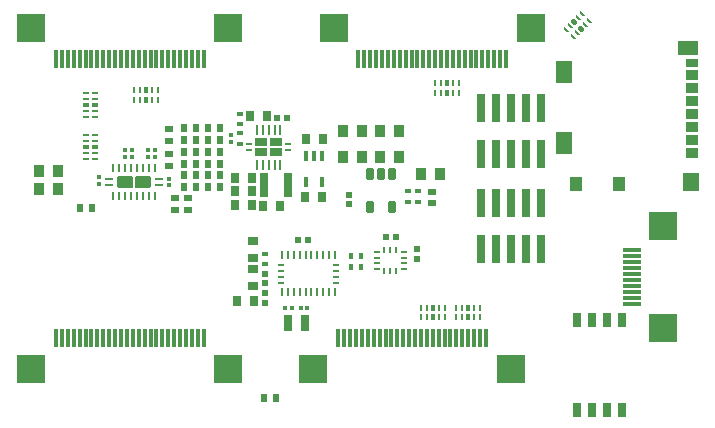
<source format=gbp>
G04*
G04 #@! TF.GenerationSoftware,Altium Limited,Altium Designer,23.4.1 (23)*
G04*
G04 Layer_Color=128*
%FSLAX44Y44*%
%MOMM*%
G71*
G04*
G04 #@! TF.SameCoordinates,D87667D4-7689-4D62-8592-6BA3D25BB570*
G04*
G04*
G04 #@! TF.FilePolarity,Positive*
G04*
G01*
G75*
%ADD21R,0.5500X0.4500*%
%ADD31R,0.5200X0.5200*%
%ADD32R,0.4500X0.5500*%
%ADD37R,0.6500X0.5500*%
G04:AMPARAMS|DCode=38|XSize=0.2mm|YSize=0.565mm|CornerRadius=0.05mm|HoleSize=0mm|Usage=FLASHONLY|Rotation=270.000|XOffset=0mm|YOffset=0mm|HoleType=Round|Shape=RoundedRectangle|*
%AMROUNDEDRECTD38*
21,1,0.2000,0.4650,0,0,270.0*
21,1,0.1000,0.5650,0,0,270.0*
1,1,0.1000,-0.2325,-0.0500*
1,1,0.1000,-0.2325,0.0500*
1,1,0.1000,0.2325,0.0500*
1,1,0.1000,0.2325,-0.0500*
%
%ADD38ROUNDEDRECTD38*%
G04:AMPARAMS|DCode=39|XSize=0.4mm|YSize=0.565mm|CornerRadius=0.05mm|HoleSize=0mm|Usage=FLASHONLY|Rotation=270.000|XOffset=0mm|YOffset=0mm|HoleType=Round|Shape=RoundedRectangle|*
%AMROUNDEDRECTD39*
21,1,0.4000,0.4650,0,0,270.0*
21,1,0.3000,0.5650,0,0,270.0*
1,1,0.1000,-0.2325,-0.1500*
1,1,0.1000,-0.2325,0.1500*
1,1,0.1000,0.2325,0.1500*
1,1,0.1000,0.2325,-0.1500*
%
%ADD39ROUNDEDRECTD39*%
%ADD40R,0.5500X0.6500*%
%ADD126R,2.4000X2.4000*%
%ADD127R,1.6000X0.3000*%
%ADD128R,2.4000X2.4000*%
%ADD129R,0.7600X1.2700*%
%ADD130R,2.4000X2.4000*%
%ADD131R,0.3000X1.6000*%
%ADD132R,2.4000X2.4000*%
G04:AMPARAMS|DCode=133|XSize=0.2mm|YSize=0.565mm|CornerRadius=0.05mm|HoleSize=0mm|Usage=FLASHONLY|Rotation=180.000|XOffset=0mm|YOffset=0mm|HoleType=Round|Shape=RoundedRectangle|*
%AMROUNDEDRECTD133*
21,1,0.2000,0.4650,0,0,180.0*
21,1,0.1000,0.5650,0,0,180.0*
1,1,0.1000,-0.0500,0.2325*
1,1,0.1000,0.0500,0.2325*
1,1,0.1000,0.0500,-0.2325*
1,1,0.1000,-0.0500,-0.2325*
%
%ADD133ROUNDEDRECTD133*%
G04:AMPARAMS|DCode=134|XSize=0.4mm|YSize=0.565mm|CornerRadius=0.05mm|HoleSize=0mm|Usage=FLASHONLY|Rotation=180.000|XOffset=0mm|YOffset=0mm|HoleType=Round|Shape=RoundedRectangle|*
%AMROUNDEDRECTD134*
21,1,0.4000,0.4650,0,0,180.0*
21,1,0.3000,0.5650,0,0,180.0*
1,1,0.1000,-0.1500,0.2325*
1,1,0.1000,0.1500,0.2325*
1,1,0.1000,0.1500,-0.2325*
1,1,0.1000,-0.1500,-0.2325*
%
%ADD134ROUNDEDRECTD134*%
%ADD135R,0.2500X0.4750*%
%ADD136R,0.4750X0.2500*%
%ADD137R,0.5200X0.5200*%
%ADD138R,0.8000X2.0000*%
%ADD139R,0.3200X0.3600*%
%ADD140R,0.7000X0.9000*%
G04:AMPARAMS|DCode=145|XSize=0.25mm|YSize=0.6mm|CornerRadius=0.025mm|HoleSize=0mm|Usage=FLASHONLY|Rotation=0.000|XOffset=0mm|YOffset=0mm|HoleType=Round|Shape=RoundedRectangle|*
%AMROUNDEDRECTD145*
21,1,0.2500,0.5500,0,0,0.0*
21,1,0.2000,0.6000,0,0,0.0*
1,1,0.0500,0.1000,-0.2750*
1,1,0.0500,-0.1000,-0.2750*
1,1,0.0500,-0.1000,0.2750*
1,1,0.0500,0.1000,0.2750*
%
%ADD145ROUNDEDRECTD145*%
G04:AMPARAMS|DCode=146|XSize=0.25mm|YSize=0.6mm|CornerRadius=0.025mm|HoleSize=0mm|Usage=FLASHONLY|Rotation=90.000|XOffset=0mm|YOffset=0mm|HoleType=Round|Shape=RoundedRectangle|*
%AMROUNDEDRECTD146*
21,1,0.2500,0.5500,0,0,90.0*
21,1,0.2000,0.6000,0,0,90.0*
1,1,0.0500,0.2750,0.1000*
1,1,0.0500,0.2750,-0.1000*
1,1,0.0500,-0.2750,-0.1000*
1,1,0.0500,-0.2750,0.1000*
%
%ADD146ROUNDEDRECTD146*%
%ADD148R,1.3500X1.9000*%
%ADD149R,1.3500X1.5500*%
%ADD150R,1.1000X0.8500*%
%ADD151R,1.8000X1.1700*%
%ADD152R,1.0000X1.2000*%
%ADD153R,1.1000X0.8750*%
%ADD154R,1.1000X0.7500*%
G04:AMPARAMS|DCode=155|XSize=0.6mm|YSize=1mm|CornerRadius=0.051mm|HoleSize=0mm|Usage=FLASHONLY|Rotation=180.000|XOffset=0mm|YOffset=0mm|HoleType=Round|Shape=RoundedRectangle|*
%AMROUNDEDRECTD155*
21,1,0.6000,0.8980,0,0,180.0*
21,1,0.4980,1.0000,0,0,180.0*
1,1,0.1020,-0.2490,0.4490*
1,1,0.1020,0.2490,0.4490*
1,1,0.1020,0.2490,-0.4490*
1,1,0.1020,-0.2490,-0.4490*
%
%ADD155ROUNDEDRECTD155*%
%ADD156R,0.9000X1.0000*%
G04:AMPARAMS|DCode=158|XSize=0.2mm|YSize=0.565mm|CornerRadius=0.05mm|HoleSize=0mm|Usage=FLASHONLY|Rotation=225.000|XOffset=0mm|YOffset=0mm|HoleType=Round|Shape=RoundedRectangle|*
%AMROUNDEDRECTD158*
21,1,0.2000,0.4650,0,0,225.0*
21,1,0.1000,0.5650,0,0,225.0*
1,1,0.1000,-0.1998,0.1291*
1,1,0.1000,-0.1291,0.1998*
1,1,0.1000,0.1998,-0.1291*
1,1,0.1000,0.1291,-0.1998*
%
%ADD158ROUNDEDRECTD158*%
G04:AMPARAMS|DCode=159|XSize=0.4mm|YSize=0.565mm|CornerRadius=0.05mm|HoleSize=0mm|Usage=FLASHONLY|Rotation=225.000|XOffset=0mm|YOffset=0mm|HoleType=Round|Shape=RoundedRectangle|*
%AMROUNDEDRECTD159*
21,1,0.4000,0.4650,0,0,225.0*
21,1,0.3000,0.5650,0,0,225.0*
1,1,0.1000,-0.2705,0.0583*
1,1,0.1000,-0.0583,0.2705*
1,1,0.1000,0.2705,-0.0583*
1,1,0.1000,0.0583,-0.2705*
%
%ADD159ROUNDEDRECTD159*%
%ADD160R,0.7600X2.4000*%
%ADD161R,0.9000X0.7000*%
%ADD162R,0.7500X1.4000*%
%ADD163R,0.2500X0.6750*%
%ADD164R,0.5750X0.2500*%
%ADD165R,0.3600X0.3200*%
%ADD206R,1.0500X0.6800*%
%ADD207R,0.5000X0.2600*%
G04:AMPARAMS|DCode=208|XSize=0.23mm|YSize=0.8mm|CornerRadius=0.0254mm|HoleSize=0mm|Usage=FLASHONLY|Rotation=180.000|XOffset=0mm|YOffset=0mm|HoleType=Round|Shape=RoundedRectangle|*
%AMROUNDEDRECTD208*
21,1,0.2300,0.7492,0,0,180.0*
21,1,0.1792,0.8000,0,0,180.0*
1,1,0.0508,-0.0896,0.3746*
1,1,0.0508,0.0896,0.3746*
1,1,0.0508,0.0896,-0.3746*
1,1,0.0508,-0.0896,-0.3746*
%
%ADD208ROUNDEDRECTD208*%
%ADD209R,0.3500X0.8500*%
G36*
X155033Y209493D02*
X154834D01*
X154466Y209341D01*
X154185Y209059D01*
X154033Y208692D01*
Y208493D01*
D01*
Y200493D01*
Y200294D01*
X154185Y199926D01*
X154466Y199645D01*
X154834Y199493D01*
X155033D01*
D01*
X166033D01*
X166231D01*
X166599Y199645D01*
X166880Y199926D01*
X167033Y200294D01*
Y200493D01*
D01*
Y208493D01*
Y208692D01*
X166880Y209059D01*
X166599Y209341D01*
X166231Y209493D01*
X166033D01*
D01*
X155033D01*
D02*
G37*
G36*
X181033Y199493D02*
X181231D01*
X181599Y199645D01*
X181880Y199926D01*
X182033Y200294D01*
Y200493D01*
D01*
Y208493D01*
Y208692D01*
X181880Y209059D01*
X181599Y209341D01*
X181231Y209493D01*
X181033D01*
D01*
X170033D01*
X169834D01*
X169466Y209341D01*
X169185Y209059D01*
X169033Y208692D01*
Y208493D01*
D01*
Y200493D01*
Y200294D01*
X169185Y199926D01*
X169466Y199645D01*
X169834Y199493D01*
X170033D01*
D01*
X181033D01*
D02*
G37*
D21*
X408250Y196750D02*
D03*
Y187750D02*
D03*
X257500Y236750D02*
D03*
Y245750D02*
D03*
Y253250D02*
D03*
Y262250D02*
D03*
X279103Y143771D02*
D03*
Y134771D02*
D03*
X399750Y187750D02*
D03*
Y196750D02*
D03*
D31*
X389500Y157500D02*
D03*
X381500D02*
D03*
X289250Y258750D02*
D03*
X297250D02*
D03*
X306977Y155500D02*
D03*
X314977D02*
D03*
D32*
X351500Y132750D02*
D03*
X360500D02*
D03*
X351500Y142000D02*
D03*
X360500D02*
D03*
D37*
X420000Y196250D02*
D03*
Y186250D02*
D03*
X213500Y190500D02*
D03*
Y180500D02*
D03*
X197500Y239250D02*
D03*
X197500Y228000D02*
D03*
Y218000D02*
D03*
X197500Y249250D02*
D03*
X202977Y190500D02*
D03*
Y180500D02*
D03*
D38*
X135327Y259500D02*
D03*
Y264500D02*
D03*
Y274500D02*
D03*
Y279500D02*
D03*
X126977D02*
D03*
Y274500D02*
D03*
Y264500D02*
D03*
Y259500D02*
D03*
Y224000D02*
D03*
Y229000D02*
D03*
Y239000D02*
D03*
Y244000D02*
D03*
X135327D02*
D03*
Y239000D02*
D03*
Y229000D02*
D03*
Y224000D02*
D03*
D39*
Y269500D02*
D03*
X126977D02*
D03*
Y234000D02*
D03*
X135327D02*
D03*
D40*
X288000Y21750D02*
D03*
X278000D02*
D03*
X122250Y182250D02*
D03*
X132250D02*
D03*
X210500Y250000D02*
D03*
X220500D02*
D03*
X241000Y250000D02*
D03*
X231000D02*
D03*
X241000Y210000D02*
D03*
X231000D02*
D03*
X241000Y200000D02*
D03*
X231000D02*
D03*
X210500Y210000D02*
D03*
X220500D02*
D03*
X210500Y200000D02*
D03*
X220500D02*
D03*
X210500Y220000D02*
D03*
X220500D02*
D03*
X210500Y230000D02*
D03*
X220500D02*
D03*
X241000Y220000D02*
D03*
X231000D02*
D03*
X241000Y230000D02*
D03*
X231000D02*
D03*
X241000Y240000D02*
D03*
X231000D02*
D03*
X210500Y240000D02*
D03*
X220500D02*
D03*
D126*
X616000Y167495D02*
D03*
D127*
X589500Y101495D02*
D03*
Y106495D02*
D03*
Y111495D02*
D03*
Y116495D02*
D03*
Y121495D02*
D03*
Y126495D02*
D03*
Y131495D02*
D03*
Y136495D02*
D03*
Y141495D02*
D03*
Y146495D02*
D03*
D128*
X616000Y80505D02*
D03*
D129*
X581300Y11150D02*
D03*
X568600D02*
D03*
X555900D02*
D03*
X543200D02*
D03*
Y87350D02*
D03*
X555900D02*
D03*
X568600D02*
D03*
X581300D02*
D03*
D130*
X81000Y45750D02*
D03*
X319980D02*
D03*
X248000Y335250D02*
D03*
X503977Y335250D02*
D03*
D131*
X107000Y72250D02*
D03*
X102000D02*
D03*
X127000D02*
D03*
X122000D02*
D03*
X117000D02*
D03*
X112000D02*
D03*
X167000D02*
D03*
X227000D02*
D03*
X222000D02*
D03*
X217000D02*
D03*
X212000D02*
D03*
X207000D02*
D03*
X202000D02*
D03*
X197000D02*
D03*
X192000D02*
D03*
X187000D02*
D03*
X182000D02*
D03*
X177000D02*
D03*
X172000D02*
D03*
X162000D02*
D03*
X157000D02*
D03*
X152000D02*
D03*
X147000D02*
D03*
X142000D02*
D03*
X137000D02*
D03*
X132000D02*
D03*
X345980D02*
D03*
X340980D02*
D03*
X365980D02*
D03*
X360980D02*
D03*
X355980D02*
D03*
X350980D02*
D03*
X405980D02*
D03*
X465980D02*
D03*
X460980D02*
D03*
X455980D02*
D03*
X450980D02*
D03*
X445980D02*
D03*
X440980D02*
D03*
X435980D02*
D03*
X430980D02*
D03*
X425980D02*
D03*
X420980D02*
D03*
X415980D02*
D03*
X410980D02*
D03*
X400980D02*
D03*
X395980D02*
D03*
X390980D02*
D03*
X385980D02*
D03*
X380980D02*
D03*
X375980D02*
D03*
X370980D02*
D03*
X222000Y308750D02*
D03*
X227000D02*
D03*
X202000D02*
D03*
X207000D02*
D03*
X212000D02*
D03*
X217000D02*
D03*
X162000D02*
D03*
X102000D02*
D03*
X107000D02*
D03*
X112000D02*
D03*
X117000D02*
D03*
X122000D02*
D03*
X127000D02*
D03*
X132000D02*
D03*
X137000D02*
D03*
X142000D02*
D03*
X147000D02*
D03*
X152000D02*
D03*
X157000D02*
D03*
X167000D02*
D03*
X172000D02*
D03*
X177000D02*
D03*
X182000D02*
D03*
X187000D02*
D03*
X192000D02*
D03*
X197000D02*
D03*
X452977Y308750D02*
D03*
X447977D02*
D03*
X442977D02*
D03*
X437977D02*
D03*
X432977D02*
D03*
X427977D02*
D03*
X422977D02*
D03*
X412977D02*
D03*
X407977D02*
D03*
X402977D02*
D03*
X397977D02*
D03*
X392977D02*
D03*
X387977D02*
D03*
X382977D02*
D03*
X377977D02*
D03*
X372977D02*
D03*
X367977D02*
D03*
X362977D02*
D03*
X357977D02*
D03*
X417977D02*
D03*
X472977D02*
D03*
X467977D02*
D03*
X462977D02*
D03*
X457977D02*
D03*
X482977D02*
D03*
X477977D02*
D03*
D132*
X248000Y45750D02*
D03*
X486980D02*
D03*
X81000Y335250D02*
D03*
X336977Y335250D02*
D03*
D133*
X431000Y89825D02*
D03*
X426000D02*
D03*
X416000D02*
D03*
X411000D02*
D03*
Y98175D02*
D03*
X416000D02*
D03*
X426000D02*
D03*
X431000D02*
D03*
X183250Y281925D02*
D03*
X188250D02*
D03*
Y273575D02*
D03*
X183250D02*
D03*
X168250Y281925D02*
D03*
X173250D02*
D03*
Y273575D02*
D03*
X168250D02*
D03*
X422977Y288350D02*
D03*
X427977D02*
D03*
X437977D02*
D03*
X442977D02*
D03*
Y280000D02*
D03*
X437977D02*
D03*
X427977D02*
D03*
X422977D02*
D03*
X460977Y98100D02*
D03*
X455977D02*
D03*
X445977D02*
D03*
X440977D02*
D03*
Y89750D02*
D03*
X445977D02*
D03*
X455977D02*
D03*
X460977D02*
D03*
D134*
X421000Y89825D02*
D03*
Y98175D02*
D03*
X178250Y281925D02*
D03*
Y273575D02*
D03*
X432977Y288350D02*
D03*
Y280000D02*
D03*
X450977Y98100D02*
D03*
Y89750D02*
D03*
D135*
X390000Y147125D02*
D03*
X380000D02*
D03*
X385000D02*
D03*
X390000Y128875D02*
D03*
X380000D02*
D03*
X385000D02*
D03*
D136*
X396625Y130500D02*
D03*
Y145500D02*
D03*
Y140500D02*
D03*
Y135500D02*
D03*
X373375Y130500D02*
D03*
Y145500D02*
D03*
Y140500D02*
D03*
Y135500D02*
D03*
D137*
X407250Y139500D02*
D03*
Y147500D02*
D03*
X349977Y185750D02*
D03*
Y193750D02*
D03*
X278977Y118750D02*
D03*
Y126750D02*
D03*
Y110250D02*
D03*
Y102250D02*
D03*
D138*
X278250Y201750D02*
D03*
X298250D02*
D03*
D139*
X250000Y238450D02*
D03*
Y244050D02*
D03*
X197500Y201700D02*
D03*
Y207300D02*
D03*
X138500Y202700D02*
D03*
Y208300D02*
D03*
X166033Y225690D02*
D03*
Y231290D02*
D03*
X160033Y225690D02*
D03*
Y231290D02*
D03*
X186033Y225690D02*
D03*
Y231290D02*
D03*
X180033Y225690D02*
D03*
Y231290D02*
D03*
D140*
X253750Y208000D02*
D03*
X267750D02*
D03*
X253750Y184750D02*
D03*
X267750D02*
D03*
X291250Y184000D02*
D03*
X277250D02*
D03*
X253750Y196500D02*
D03*
X267750D02*
D03*
X266250Y260250D02*
D03*
X280250D02*
D03*
X327750Y241000D02*
D03*
X313750D02*
D03*
X326865Y191356D02*
D03*
X312865D02*
D03*
X269477Y103500D02*
D03*
X255477D02*
D03*
D145*
X180533Y215993D02*
D03*
X185532D02*
D03*
X160533D02*
D03*
X165533D02*
D03*
X170533D02*
D03*
X175533D02*
D03*
X150533D02*
D03*
X155533D02*
D03*
X150533Y192993D02*
D03*
X165533D02*
D03*
X170533D02*
D03*
X185532D02*
D03*
X160533D02*
D03*
X155533D02*
D03*
X180533D02*
D03*
X175533D02*
D03*
D146*
X189533Y201993D02*
D03*
Y206993D02*
D03*
X146533D02*
D03*
Y201993D02*
D03*
D148*
X532250Y237650D02*
D03*
Y297350D02*
D03*
D149*
X639250Y204400D02*
D03*
D150*
X640500Y284000D02*
D03*
Y229000D02*
D03*
Y251000D02*
D03*
Y262000D02*
D03*
Y273000D02*
D03*
Y295000D02*
D03*
D151*
X637000Y317600D02*
D03*
D152*
X542000Y202650D02*
D03*
X579000D02*
D03*
D153*
X640500Y240000D02*
D03*
D154*
Y305500D02*
D03*
D155*
X367727Y211000D02*
D03*
X377227D02*
D03*
X386727D02*
D03*
Y183500D02*
D03*
X367727D02*
D03*
D156*
X427227Y211250D02*
D03*
X411227D02*
D03*
X360977Y247250D02*
D03*
X344977D02*
D03*
X376227D02*
D03*
X392227D02*
D03*
X344977Y226000D02*
D03*
X360977D02*
D03*
X392227Y225750D02*
D03*
X376227D02*
D03*
X103977Y213986D02*
D03*
X87977D02*
D03*
X103977Y198736D02*
D03*
X87977D02*
D03*
D158*
X553521Y341071D02*
D03*
X549986Y337536D02*
D03*
X542915Y330465D02*
D03*
X539379Y326929D02*
D03*
X533475Y332833D02*
D03*
X537010Y336369D02*
D03*
X544081Y343440D02*
D03*
X547617Y346976D02*
D03*
D159*
X546450Y334000D02*
D03*
X540546Y339904D02*
D03*
D160*
X512877Y147750D02*
D03*
X500177D02*
D03*
X487477D02*
D03*
X474777D02*
D03*
X462077D02*
D03*
X512877Y186750D02*
D03*
X500177D02*
D03*
X487477D02*
D03*
X474777D02*
D03*
X462077D02*
D03*
X512627Y227750D02*
D03*
X499927D02*
D03*
X487227D02*
D03*
X474527D02*
D03*
X461827D02*
D03*
X512627Y266750D02*
D03*
X499927D02*
D03*
X487227D02*
D03*
X474527D02*
D03*
X461827D02*
D03*
D161*
X268477Y130500D02*
D03*
Y116500D02*
D03*
Y154250D02*
D03*
Y140250D02*
D03*
D162*
X312754Y84670D02*
D03*
X298154D02*
D03*
D163*
X293281Y111089D02*
D03*
X338281D02*
D03*
X333281D02*
D03*
X328281D02*
D03*
X323281D02*
D03*
X318281D02*
D03*
X313281D02*
D03*
X308281D02*
D03*
X303281D02*
D03*
X298281D02*
D03*
X293281Y142339D02*
D03*
X298281D02*
D03*
X303281D02*
D03*
X308281D02*
D03*
X313281D02*
D03*
X318281D02*
D03*
X323281D02*
D03*
X328281D02*
D03*
X333281D02*
D03*
X338281D02*
D03*
D164*
X338906Y134214D02*
D03*
Y129214D02*
D03*
Y124214D02*
D03*
Y119214D02*
D03*
X292656D02*
D03*
Y124214D02*
D03*
Y129214D02*
D03*
Y134214D02*
D03*
D165*
X309155Y97936D02*
D03*
X314755D02*
D03*
X301801D02*
D03*
X296201D02*
D03*
D206*
X288354Y238500D02*
D03*
X288354Y229501D02*
D03*
X275655Y229501D02*
D03*
X275655Y238500D02*
D03*
D207*
X298304Y236497D02*
D03*
X298295Y231503D02*
D03*
X265696Y231503D02*
D03*
X265705Y236497D02*
D03*
D208*
X272000Y219250D02*
D03*
X277000D02*
D03*
X282000D02*
D03*
X287000D02*
D03*
X292000D02*
D03*
Y248750D02*
D03*
X287000D02*
D03*
X282000D02*
D03*
X277000D02*
D03*
X272000D02*
D03*
D209*
X326987Y204830D02*
D03*
Y226830D02*
D03*
X313987Y204830D02*
D03*
Y226830D02*
D03*
X320487D02*
D03*
M02*

</source>
